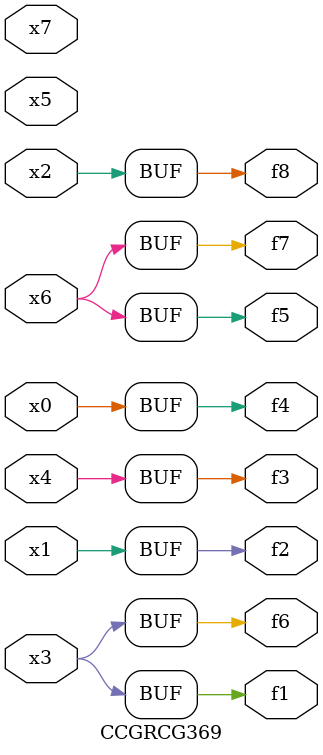
<source format=v>
module CCGRCG369(
	input x0, x1, x2, x3, x4, x5, x6, x7,
	output f1, f2, f3, f4, f5, f6, f7, f8
);
	assign f1 = x3;
	assign f2 = x1;
	assign f3 = x4;
	assign f4 = x0;
	assign f5 = x6;
	assign f6 = x3;
	assign f7 = x6;
	assign f8 = x2;
endmodule

</source>
